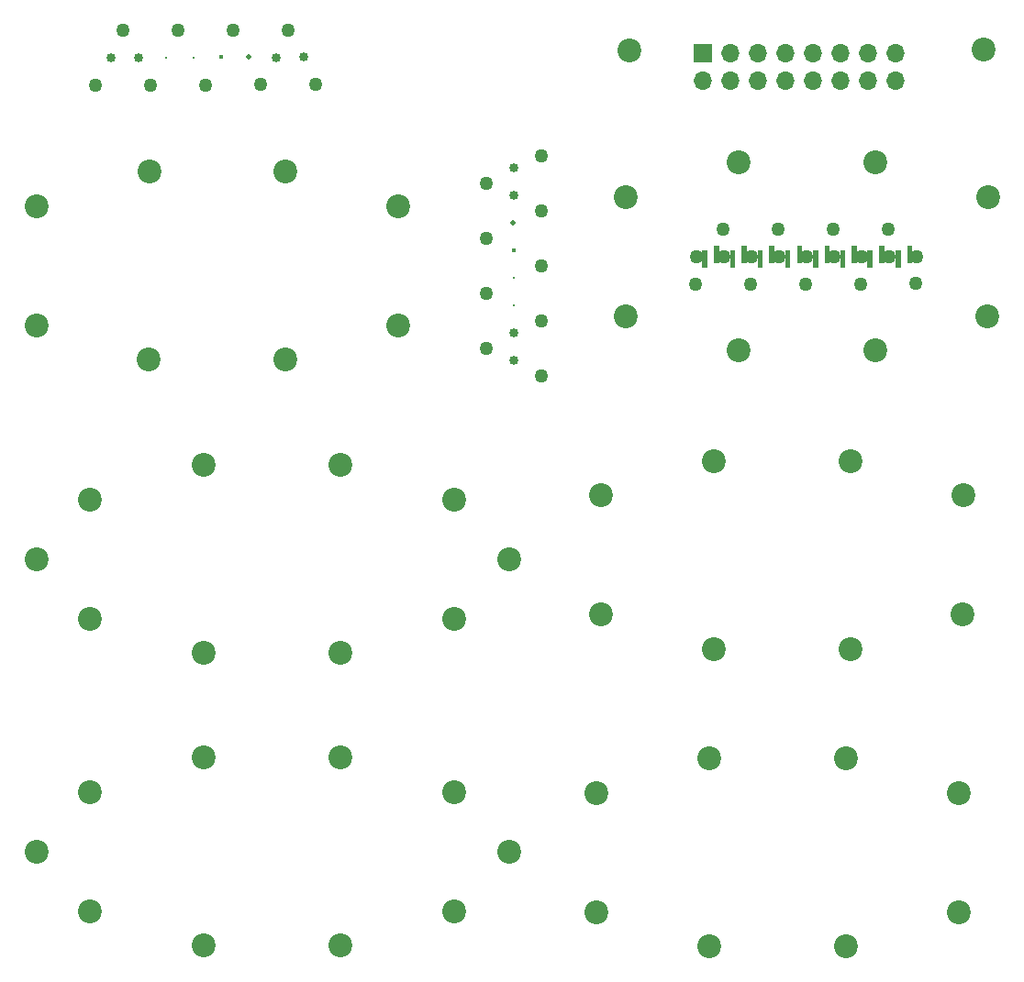
<source format=gbs>
%MOIN*%
%OFA0B0*%
%FSLAX46Y46*%
%IPPOS*%
%LPD*%
%ADD10C,0.086614173228346469*%
%ADD21C,0.0039370078740157488*%
%ADD22C,0.086614173228346469*%
%ADD23O,0.066929133858267723X0.066929133858267723*%
%ADD24R,0.066929133858267723X0.066929133858267723*%
%ADD25R,0.015748031496062995X0.059055118110236227*%
%ADD26C,0.05*%
%ADD27C,0.086614173228346469*%
%ADD28C,0.086614173228346469*%
%ADD29C,0.086614173228346469*%
%ADD30C,0.05*%
%ADD31C,0.01968503937007874*%
%ADD32C,0.015748031496062995*%
%ADD33C,0.011811023622047244*%
%ADD34C,0.00984251968503937*%
%ADD35C,0.033464566929133861*%
%ADD36C,0.05*%
%ADD37C,0.01968503937007874*%
%ADD38C,0.015748031496062995*%
%ADD39C,0.011811023622047244*%
%ADD40C,0.00984251968503937*%
%ADD41C,0.033464566929133861*%
%ADD42C,0.086614173228346469*%
G01*
D10*
X-0004461811Y0005196850D02*
X0001836688Y0000494850D03*
X0000119688Y0000494850D03*
X0001224688Y0000153350D03*
X0000315188Y0000279350D03*
X0001637688Y0000712350D03*
X0001224688Y0000838350D03*
X0000315188Y0000712350D03*
X0000728688Y0000838350D03*
X0000728688Y0000153350D03*
X0001637688Y0000279350D03*
G04 next file*
G04 #@! TF.GenerationSoftware,KiCad,Pcbnew,(5.1.12)-1*
G04 #@! TF.CreationDate,2022-03-26T22:13:32+08:00*
G04 #@! TF.ProjectId,Nozzle,4e6f7a7a-6c65-42e6-9b69-6361645f7063,0.5*
G04 #@! TF.SameCoordinates,Original*
G04 #@! TF.FileFunction,Soldermask,Bot*
G04 #@! TF.FilePolarity,Negative*
G04 Gerber Fmt 4.6, Leading zero omitted, Abs format (unit mm)*
G04 Created by KiCad (PCBNEW (5.1.12)-1) date 2022-03-26 22:13:32*
G01*
G04 APERTURE LIST*
G04 APERTURE END LIST*
D21*
G36*
X0002682200Y0002697381D02*
G01*
X0002697948Y0002697381D01*
X0002697948Y0002638326D01*
X0002682200Y0002638326D01*
X0002682200Y0002697381D01*
G37*
X0002682200Y0002697381D02*
X0002697948Y0002697381D01*
X0002697948Y0002638326D01*
X0002682200Y0002638326D01*
X0002682200Y0002697381D01*
G36*
X0002639681Y0002681633D02*
G01*
X0002655429Y0002681633D01*
X0002655429Y0002622578D01*
X0002639681Y0002622578D01*
X0002639681Y0002681633D01*
G37*
X0002639681Y0002681633D02*
X0002655429Y0002681633D01*
X0002655429Y0002622578D01*
X0002639681Y0002622578D01*
X0002639681Y0002681633D01*
G36*
X0002782200Y0002696381D02*
G01*
X0002797948Y0002696381D01*
X0002797948Y0002637326D01*
X0002782200Y0002637326D01*
X0002782200Y0002696381D01*
G37*
X0002782200Y0002696381D02*
X0002797948Y0002696381D01*
X0002797948Y0002637326D01*
X0002782200Y0002637326D01*
X0002782200Y0002696381D01*
G36*
X0002739681Y0002680633D02*
G01*
X0002755429Y0002680633D01*
X0002755429Y0002621578D01*
X0002739681Y0002621578D01*
X0002739681Y0002680633D01*
G37*
X0002739681Y0002680633D02*
X0002755429Y0002680633D01*
X0002755429Y0002621578D01*
X0002739681Y0002621578D01*
X0002739681Y0002680633D01*
G36*
X0002882700Y0002696881D02*
G01*
X0002898448Y0002696881D01*
X0002898448Y0002637826D01*
X0002882700Y0002637826D01*
X0002882700Y0002696881D01*
G37*
X0002882700Y0002696881D02*
X0002898448Y0002696881D01*
X0002898448Y0002637826D01*
X0002882700Y0002637826D01*
X0002882700Y0002696881D01*
G36*
X0002840181Y0002681133D02*
G01*
X0002855929Y0002681133D01*
X0002855929Y0002622078D01*
X0002840181Y0002622078D01*
X0002840181Y0002681133D01*
G37*
X0002840181Y0002681133D02*
X0002855929Y0002681133D01*
X0002855929Y0002622078D01*
X0002840181Y0002622078D01*
X0002840181Y0002681133D01*
G36*
X0002983200Y0002696881D02*
G01*
X0002998948Y0002696881D01*
X0002998948Y0002637826D01*
X0002983200Y0002637826D01*
X0002983200Y0002696881D01*
G37*
X0002983200Y0002696881D02*
X0002998948Y0002696881D01*
X0002998948Y0002637826D01*
X0002983200Y0002637826D01*
X0002983200Y0002696881D01*
G36*
X0002940681Y0002681133D02*
G01*
X0002956429Y0002681133D01*
X0002956429Y0002622078D01*
X0002940681Y0002622078D01*
X0002940681Y0002681133D01*
G37*
X0002940681Y0002681133D02*
X0002956429Y0002681133D01*
X0002956429Y0002622078D01*
X0002940681Y0002622078D01*
X0002940681Y0002681133D01*
G36*
X0002581700Y0002696881D02*
G01*
X0002597448Y0002696881D01*
X0002597448Y0002637826D01*
X0002581700Y0002637826D01*
X0002581700Y0002696881D01*
G37*
X0002581700Y0002696881D02*
X0002597448Y0002696881D01*
X0002597448Y0002637826D01*
X0002581700Y0002637826D01*
X0002581700Y0002696881D01*
G36*
X0002539181Y0002681133D02*
G01*
X0002554929Y0002681133D01*
X0002554929Y0002622078D01*
X0002539181Y0002622078D01*
X0002539181Y0002681133D01*
G37*
X0002539181Y0002681133D02*
X0002554929Y0002681133D01*
X0002554929Y0002622078D01*
X0002539181Y0002622078D01*
X0002539181Y0002681133D01*
G36*
X0003082200Y0002696881D02*
G01*
X0003097948Y0002696881D01*
X0003097948Y0002637826D01*
X0003082200Y0002637826D01*
X0003082200Y0002696881D01*
G37*
X0003082200Y0002696881D02*
X0003097948Y0002696881D01*
X0003097948Y0002637826D01*
X0003082200Y0002637826D01*
X0003082200Y0002696881D01*
G36*
X0003039681Y0002681133D02*
G01*
X0003055429Y0002681133D01*
X0003055429Y0002622078D01*
X0003039681Y0002622078D01*
X0003039681Y0002681133D01*
G37*
X0003039681Y0002681133D02*
X0003055429Y0002681133D01*
X0003055429Y0002622078D01*
X0003039681Y0002622078D01*
X0003039681Y0002681133D01*
G36*
X0003181700Y0002696881D02*
G01*
X0003197448Y0002696881D01*
X0003197448Y0002637826D01*
X0003181700Y0002637826D01*
X0003181700Y0002696881D01*
G37*
X0003181700Y0002696881D02*
X0003197448Y0002696881D01*
X0003197448Y0002637826D01*
X0003181700Y0002637826D01*
X0003181700Y0002696881D01*
G36*
X0003139181Y0002681133D02*
G01*
X0003154929Y0002681133D01*
X0003154929Y0002622078D01*
X0003139181Y0002622078D01*
X0003139181Y0002681133D01*
G37*
X0003139181Y0002681133D02*
X0003154929Y0002681133D01*
X0003154929Y0002622078D01*
X0003139181Y0002622078D01*
X0003139181Y0002681133D01*
G36*
X0003283200Y0002696881D02*
G01*
X0003298948Y0002696881D01*
X0003298948Y0002637826D01*
X0003283200Y0002637826D01*
X0003283200Y0002696881D01*
G37*
X0003283200Y0002696881D02*
X0003298948Y0002696881D01*
X0003298948Y0002637826D01*
X0003283200Y0002637826D01*
X0003283200Y0002696881D01*
G36*
X0003240681Y0002681133D02*
G01*
X0003256429Y0002681133D01*
X0003256429Y0002622078D01*
X0003240681Y0002622078D01*
X0003240681Y0002681133D01*
G37*
X0003240681Y0002681133D02*
X0003256429Y0002681133D01*
X0003256429Y0002622078D01*
X0003240681Y0002622078D01*
X0003240681Y0002681133D01*
D22*
X0002273314Y0003408480D03*
X0003560314Y0003410480D03*
D23*
X0003240314Y0003297480D03*
X0003240314Y0003397480D03*
X0003140314Y0003297480D03*
X0003140314Y0003397480D03*
X0003040314Y0003297480D03*
X0003040314Y0003397480D03*
X0002940314Y0003297480D03*
X0002940314Y0003397480D03*
X0002840314Y0003297480D03*
X0002840314Y0003397480D03*
X0002740314Y0003297480D03*
X0002740314Y0003397480D03*
X0002640314Y0003297480D03*
X0002640314Y0003397480D03*
X0002540314Y0003297480D03*
D24*
X0002540314Y0003397480D03*
D25*
X0002647555Y0002652106D03*
X0002690074Y0002667854D03*
X0002747555Y0002651106D03*
X0002790074Y0002666854D03*
X0002848055Y0002651606D03*
X0002890574Y0002667354D03*
X0002948555Y0002651606D03*
X0002991074Y0002667354D03*
X0002547055Y0002651606D03*
X0002589574Y0002667354D03*
D26*
X0002513314Y0002559480D03*
X0002518314Y0002659480D03*
D25*
X0003047555Y0002651606D03*
X0003090074Y0002667354D03*
D22*
X0002261314Y0002875980D03*
X0002670314Y0002316980D03*
X0002261314Y0002442980D03*
X0003575814Y0002442980D03*
X0003576314Y0002875980D03*
X0002670814Y0003001980D03*
X0003166814Y0002316980D03*
X0003166814Y0003001980D03*
D26*
X0002718814Y0002659480D03*
X0003013314Y0002759480D03*
X0002613314Y0002759480D03*
X0002818814Y0002659480D03*
X0002713314Y0002559480D03*
X0002618814Y0002659480D03*
X0003318814Y0002659480D03*
X0002913314Y0002559480D03*
X0003113314Y0002559480D03*
X0003313314Y0002560480D03*
X0003118814Y0002659480D03*
X0002918814Y0002659480D03*
X0003218314Y0002659480D03*
X0003213814Y0002759480D03*
X0003018314Y0002659480D03*
X0002813314Y0002759480D03*
D25*
X0003147055Y0002651606D03*
X0003189574Y0002667354D03*
X0003248555Y0002651606D03*
X0003291074Y0002667354D03*
G04 next file*
G04 #@! TF.GenerationSoftware,KiCad,Pcbnew,(5.1.12)-1*
G04 #@! TF.CreationDate,2022-03-26T22:12:51+08:00*
G04 #@! TF.ProjectId,Nozzle,4e6f7a7a-6c65-42e6-9b69-6361645f7063,0.5*
G04 #@! TF.SameCoordinates,Original*
G04 #@! TF.FileFunction,Soldermask,Bot*
G04 #@! TF.FilePolarity,Negative*
G04 Gerber Fmt 4.6, Leading zero omitted, Abs format (unit mm)*
G04 Created by KiCad (PCBNEW (5.1.12)-1) date 2022-03-26 22:12:51*
G01*
G04 APERTURE LIST*
G04 APERTURE END LIST*
D27*
X-0002614519Y0004115220D02*
X0002154980Y0000275720D03*
X0002154980Y0000708720D03*
X0003060480Y0000149720D03*
X0003469980Y0000708720D03*
X0002564480Y0000149720D03*
X0003469480Y0000275720D03*
X0003059980Y0000834720D03*
X0002564980Y0000834720D03*
G04 next file*
G04 #@! TF.GenerationSoftware,KiCad,Pcbnew,(5.1.12)-1*
G04 #@! TF.CreationDate,2022-03-26T22:12:51+08:00*
G04 #@! TF.ProjectId,Nozzle,4e6f7a7a-6c65-42e6-9b69-6361645f7063,0.5*
G04 #@! TF.SameCoordinates,Original*
G04 #@! TF.FileFunction,Soldermask,Bot*
G04 #@! TF.FilePolarity,Negative*
G04 Gerber Fmt 4.6, Leading zero omitted, Abs format (unit mm)*
G04 Created by KiCad (PCBNEW (5.1.12)-1) date 2022-03-26 22:12:51*
G01*
G04 APERTURE LIST*
G04 APERTURE END LIST*
D28*
X-0004649984Y0006249080D02*
X0000119515Y0002409580D03*
X0000119515Y0002842580D03*
X0001025015Y0002283580D03*
X0001434515Y0002842580D03*
X0000529015Y0002283580D03*
X0001434015Y0002409580D03*
X0001024515Y0002968580D03*
X0000529515Y0002968580D03*
G04 next file*
G04 #@! TF.GenerationSoftware,KiCad,Pcbnew,(5.1.12)-1*
G04 #@! TF.CreationDate,2022-03-26T22:12:51+08:00*
G04 #@! TF.ProjectId,Nozzle,4e6f7a7a-6c65-42e6-9b69-6361645f7063,0.5*
G04 #@! TF.SameCoordinates,Original*
G04 #@! TF.FileFunction,Soldermask,Bot*
G04 #@! TF.FilePolarity,Negative*
G04 Gerber Fmt 4.6, Leading zero omitted, Abs format (unit mm)*
G04 Created by KiCad (PCBNEW (5.1.12)-1) date 2022-03-26 22:12:51*
G01*
G04 APERTURE LIST*
G04 APERTURE END LIST*
D29*
X-0002598425Y0005196850D02*
X0002171074Y0001357350D03*
X0002171074Y0001790350D03*
X0003076574Y0001231350D03*
X0003486074Y0001790350D03*
X0002580574Y0001231350D03*
X0003485574Y0001357350D03*
X0003076074Y0001916350D03*
X0002581074Y0001916350D03*
G04 next file*
G04 #@! TF.GenerationSoftware,KiCad,Pcbnew,(5.1.12)-1*
G04 #@! TF.CreationDate,2022-03-26T22:19:29+08:00*
G04 #@! TF.ProjectId,Nozzle,4e6f7a7a-6c65-42e6-9b69-6361645f7063,0.5*
G04 #@! TF.SameCoordinates,Original*
G04 #@! TF.FileFunction,Soldermask,Bot*
G04 #@! TF.FilePolarity,Negative*
G04 Gerber Fmt 4.6, Leading zero omitted, Abs format (unit mm)*
G04 Created by KiCad (PCBNEW (5.1.12)-1) date 2022-03-26 22:19:29*
G01*
G04 APERTURE LIST*
G04 APERTURE END LIST*
D30*
X0000511811Y-0002834645D02*
X0001952811Y0003025354D03*
X0001953311Y0002425354D03*
X0001953311Y0002625354D03*
X0001952811Y0002825354D03*
X0001953311Y0002225354D03*
X0001753311Y0002325354D03*
X0001753311Y0002525354D03*
X0001753311Y0002925354D03*
X0001753311Y0002725354D03*
D31*
X0001851811Y0002781354D03*
D32*
X0001852811Y0002681354D03*
D33*
X0001853311Y0002581354D03*
D34*
X0001853311Y0002481354D03*
D35*
X0001852811Y0002980354D03*
X0001853311Y0002380354D03*
X0001853311Y0002880354D03*
X0001853311Y0002280354D03*
G04 next file*
G04 #@! TF.GenerationSoftware,KiCad,Pcbnew,(5.1.12)-1*
G04 #@! TF.CreationDate,2022-03-26T22:19:29+08:00*
G04 #@! TF.ProjectId,Nozzle,4e6f7a7a-6c65-42e6-9b69-6361645f7063,0.5*
G04 #@! TF.SameCoordinates,Original*
G04 #@! TF.FileFunction,Soldermask,Bot*
G04 #@! TF.FilePolarity,Negative*
G04 Gerber Fmt 4.6, Leading zero omitted, Abs format (unit mm)*
G04 Created by KiCad (PCBNEW (5.1.12)-1) date 2022-03-26 22:19:29*
G01*
G04 APERTURE LIST*
G04 APERTURE END LIST*
D36*
X-0004724409Y0004724409D02*
X0001135590Y0003283409D03*
X0000535590Y0003282909D03*
X0000735590Y0003282909D03*
X0000935590Y0003283409D03*
X0000335590Y0003282909D03*
X0000435590Y0003482909D03*
X0000635590Y0003482909D03*
X0001035590Y0003482909D03*
X0000835590Y0003482909D03*
D37*
X0000891590Y0003384409D03*
D38*
X0000791590Y0003383409D03*
D39*
X0000691590Y0003382909D03*
D40*
X0000591590Y0003382909D03*
D41*
X0001090590Y0003383409D03*
X0000490590Y0003382909D03*
X0000990590Y0003382909D03*
X0000390590Y0003382909D03*
G04 next file*
G04 #@! TF.GenerationSoftware,KiCad,Pcbnew,(5.1.12)-1*
G04 #@! TF.CreationDate,2022-03-26T22:23:47+08:00*
G04 #@! TF.ProjectId,Nozzle,4e6f7a7a-6c65-42e6-9b69-6361645f7063,0.5*
G04 #@! TF.SameCoordinates,Original*
G04 #@! TF.FileFunction,Soldermask,Bot*
G04 #@! TF.FilePolarity,Negative*
G04 Gerber Fmt 4.6, Leading zero omitted, Abs format (unit mm)*
G04 Created by KiCad (PCBNEW (5.1.12)-1) date 2022-03-26 22:23:47*
G01*
G04 APERTURE LIST*
G04 APERTURE END LIST*
D42*
X-0004461847Y0006260119D02*
X0001836652Y0001558119D03*
X0000119652Y0001558119D03*
X0001224652Y0001216619D03*
X0000315152Y0001342619D03*
X0001637652Y0001775619D03*
X0001224652Y0001901619D03*
X0000315152Y0001775619D03*
X0000728652Y0001901619D03*
X0000728652Y0001216619D03*
X0001637652Y0001342619D03*
M02*
</source>
